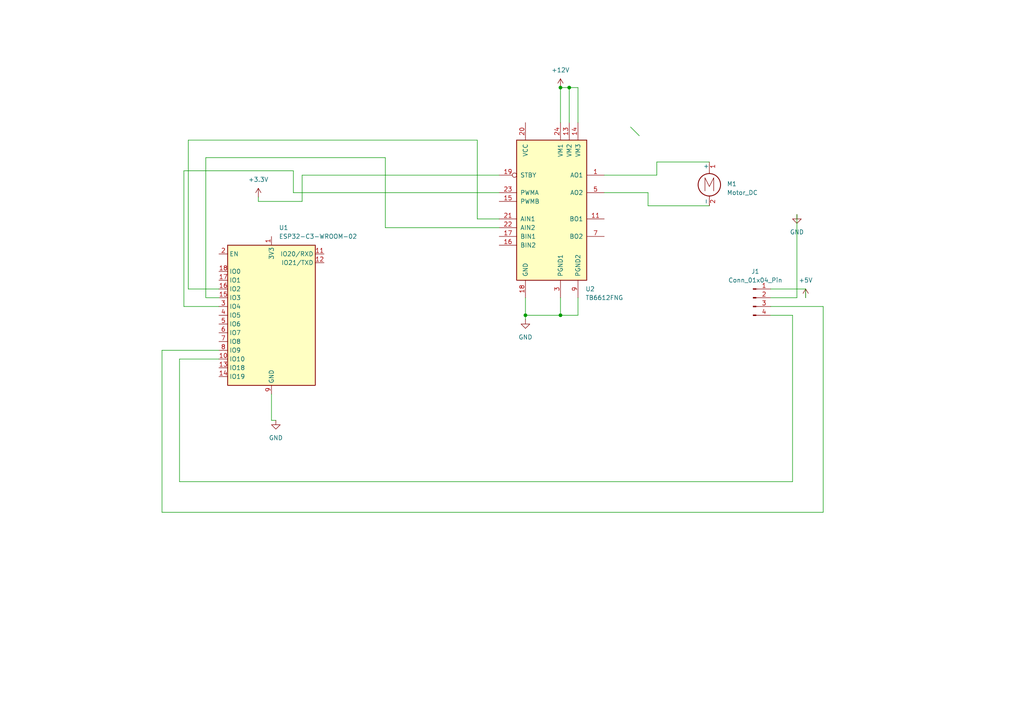
<source format=kicad_sch>
(kicad_sch (version 20250114) (generator "eeschema") (generator_version "9.0")
  (paper "A4")
  (lib_symbols
    (symbol "Connector:Conn_01x04_Pin" (pin_names (offset 1.016) (hide yes))
      (property "Reference" "J" (at 0 5.08 0))
      (property "Value" "Conn_01x04_Pin" (at 0 -7.62 0))
      (symbol "Conn_01x04_Pin_1_1"
        (rectangle (start 0.8636 2.667) (end 0 2.413) (stroke (width 0.1524)) (fill (type outline)))
        (rectangle (start 0.8636 0.127) (end 0 -0.127) (stroke (width 0.1524)) (fill (type outline)))
        (rectangle (start 0.8636 -2.413) (end 0 -2.667) (stroke (width 0.1524)) (fill (type outline)))
        (rectangle (start 0.8636 -4.953) (end 0 -5.207) (stroke (width 0.1524)) (fill (type outline)))
        (polyline (pts (xy 1.27 2.54) (xy 0.8636 2.54)) (stroke (width 0.1524)))
        (polyline (pts (xy 1.27 0) (xy 0.8636 0)) (stroke (width 0.1524)))
        (polyline (pts (xy 1.27 -2.54) (xy 0.8636 -2.54)) (stroke (width 0.1524)))
        (polyline (pts (xy 1.27 -5.08) (xy 0.8636 -5.08)) (stroke (width 0.1524)))
        (pin passive line (at 5.08 2.54 180) (length 3.81) (name "Pin_1") (number "1"))
        (pin passive line (at 5.08 0 180) (length 3.81) (name "Pin_2") (number "2"))
        (pin passive line (at 5.08 -2.54 180) (length 3.81) (name "Pin_3") (number "3"))
        (pin passive line (at 5.08 -5.08 180) (length 3.81) (name "Pin_4") (number "4"))
      )
    )
    (symbol "Driver_Motor:TB6612FNG" (pin_names (offset 1.016))
      (property "Reference" "U" (at 11.43 17.78 0))
      (property "Value" "TB6612FNG" (at 11.43 15.24 0))
      (symbol "TB6612FNG_0_1"
        (rectangle (start -10.16 20.32) (end 10.16 -20.32) (stroke (width 0.254)) (fill (type background)))
      )
      (symbol "TB6612FNG_1_1"
        (pin input inverted (at -15.24 10.16 0) (length 5.08) (name "STBY") (number "19"))
        (pin input line (at -15.24 5.08 0) (length 5.08) (name "PWMA") (number "23"))
        (pin input line (at -15.24 2.54 0) (length 5.08) (name "PWMB") (number "15"))
        (pin input line (at -15.24 -2.54 0) (length 5.08) (name "AIN1") (number "21"))
        (pin input line (at -15.24 -5.08 0) (length 5.08) (name "AIN2") (number "22"))
        (pin input line (at -15.24 -7.62 0) (length 5.08) (name "BIN1") (number "17"))
        (pin input line (at -15.24 -10.16 0) (length 5.08) (name "BIN2") (number "16"))
        (pin power_in line (at -7.62 25.4 270) (length 5.08) (name "VCC") (number "20"))
        (pin power_in line (at -7.62 -25.4 90) (length 5.08) (name "GND") (number "18"))
        (pin power_in line (at 2.54 25.4 270) (length 5.08) (name "VM1") (number "24"))
        (pin power_in line (at 2.54 -25.4 90) (length 5.08) (name "PGND1") (number "3"))
        (pin passive line (at 2.54 -25.4 90) (length 5.08) (hide yes) (name "PGND1") (number "4"))
        (pin power_in line (at 5.08 25.4 270) (length 5.08) (name "VM2") (number "13"))
        (pin power_in line (at 7.62 25.4 270) (length 5.08) (name "VM3") (number "14"))
        (pin passive line (at 7.62 -25.4 90) (length 5.08) (hide yes) (name "PGND2") (number "10"))
        (pin power_in line (at 7.62 -25.4 90) (length 5.08) (name "PGND2") (number "9"))
        (pin output line (at 15.24 10.16 180) (length 5.08) (name "AO1") (number "1"))
        (pin passive line (at 15.24 10.16 180) (length 5.08) (hide yes) (name "AO1") (number "2"))
        (pin output line (at 15.24 5.08 180) (length 5.08) (name "AO2") (number "5"))
        (pin passive line (at 15.24 5.08 180) (length 5.08) (hide yes) (name "AO2") (number "6"))
        (pin output line (at 15.24 -2.54 180) (length 5.08) (name "BO1") (number "11"))
        (pin passive line (at 15.24 -2.54 180) (length 5.08) (hide yes) (name "BO1") (number "12"))
        (pin output line (at 15.24 -7.62 180) (length 5.08) (name "BO2") (number "7"))
        (pin passive line (at 15.24 -7.62 180) (length 5.08) (hide yes) (name "BO2") (number "8"))
      )
    )
    (symbol "Motor:Motor_DC" (pin_names (offset 0))
      (property "Reference" "M" (at 2.54 2.54 0))
      (property "Value" "Motor_DC" (at 2.54 -5.08 0))
      (symbol "Motor_DC_0_0"
        (polyline (pts (xy -1.27 -3.302) (xy -1.27 0.508) (xy 0 -2.032) (xy 1.27 0.508) (xy 1.27 -3.302)))
      )
      (symbol "Motor_DC_0_1"
        (polyline (pts (xy 0 2.032) (xy 0 2.54)))
        (polyline (pts (xy 0 1.7272) (xy 0 2.0828)))
        (circle (center 0 -1.524) (radius 3.2512) (stroke (width 0.254)))
        (polyline (pts (xy 0 -4.7752) (xy 0 -5.1816)))
        (polyline (pts (xy 0 -7.62) (xy 0 -7.112)))
      )
      (symbol "Motor_DC_1_1"
        (pin passive line (at 0 5.08 270) (length 2.54) (name "+") (number "1"))
        (pin passive line (at 0 -7.62 90) (length 2.54) (name "-") (number "2"))
      )
    )
    (symbol "RF_Module:ESP32-C3-WROOM-02"
      (property "Reference" "U" (at -12.192 21.336 0))
      (property "Value" "ESP32-C3-WROOM-02" (at 12.192 21.336 0))
      (symbol "ESP32-C3-WROOM-02_1_1"
        (rectangle (start -12.7 20.32) (end 12.7 -20.32) (stroke (width 0.254)) (fill (type background)))
        (pin input line (at -15.24 17.78 0) (length 2.54) (name "EN") (number "2"))
        (pin bidirectional line (at -15.24 12.7 0) (length 2.54) (name "IO0") (number "18"))
        (pin bidirectional line (at -15.24 10.16 0) (length 2.54) (name "IO1") (number "17"))
        (pin bidirectional line (at -15.24 7.62 0) (length 2.54) (name "IO2") (number "16"))
        (pin bidirectional line (at -15.24 5.08 0) (length 2.54) (name "IO3") (number "15"))
        (pin bidirectional line (at -15.24 2.54 0) (length 2.54) (name "IO4") (number "3"))
        (pin bidirectional line (at -15.24 0 0) (length 2.54) (name "IO5") (number "4"))
        (pin bidirectional line (at -15.24 -2.54 0) (length 2.54) (name "IO6") (number "5"))
        (pin bidirectional line (at -15.24 -5.08 0) (length 2.54) (name "IO7") (number "6"))
        (pin bidirectional line (at -15.24 -7.62 0) (length 2.54) (name "IO8") (number "7"))
        (pin bidirectional line (at -15.24 -10.16 0) (length 2.54) (name "IO9") (number "8"))
        (pin bidirectional line (at -15.24 -12.7 0) (length 2.54) (name "IO10") (number "10"))
        (pin bidirectional line (at -15.24 -15.24 0) (length 2.54) (name "IO18") (number "13"))
        (pin bidirectional line (at -15.24 -17.78 0) (length 2.54) (name "IO19") (number "14"))
        (pin power_in line (at 0 22.86 270) (length 2.54) (name "3V3") (number "1"))
        (pin passive line (at 0 -22.86 90) (length 2.54) (hide yes) (name "GND") (number "19"))
        (pin power_in line (at 0 -22.86 90) (length 2.54) (name "GND") (number "9"))
        (pin bidirectional line (at 15.24 17.78 180) (length 2.54) (name "IO20/RXD") (number "11"))
        (pin bidirectional line (at 15.24 15.24 180) (length 2.54) (name "IO21/TXD") (number "12"))
      )
    )
    (symbol "power:+12V" (power) (pin_numbers (hide yes)) (pin_names (offset 0) (hide yes))
      (property "Value" "+12V" (at 0 3.556 0))
      (symbol "+12V_0_1"
        (polyline (pts (xy -0.762 1.27) (xy 0 2.54)))
        (polyline (pts (xy 0 2.54) (xy 0.762 1.27)))
        (polyline (pts (xy 0 0) (xy 0 2.54)))
      )
      (symbol "+12V_1_1"
        (pin power_in line (at 0 0 90) (length 0) (name "~") (number "1"))
      )
    )
    (symbol "power:+3.3V" (power) (pin_numbers (hide yes)) (pin_names (offset 0) (hide yes))
      (property "Value" "+3.3V" (at 0 3.556 0))
      (symbol "+3.3V_0_1"
        (polyline (pts (xy -0.762 1.27) (xy 0 2.54)))
        (polyline (pts (xy 0 2.54) (xy 0.762 1.27)))
        (polyline (pts (xy 0 0) (xy 0 2.54)))
      )
      (symbol "+3.3V_1_1"
        (pin power_in line (at 0 0 90) (length 0) (name "~") (number "1"))
      )
    )
    (symbol "power:+5V" (power) (pin_numbers (hide yes)) (pin_names (offset 0) (hide yes))
      (property "Value" "+5V" (at 0 3.556 0))
      (symbol "+5V_0_1"
        (polyline (pts (xy -0.762 1.27) (xy 0 2.54)))
        (polyline (pts (xy 0 2.54) (xy 0.762 1.27)))
        (polyline (pts (xy 0 0) (xy 0 2.54)))
      )
      (symbol "+5V_1_1"
        (pin power_in line (at 0 0 90) (length 0) (name "~") (number "1"))
      )
    )
    (symbol "power:GND" (power) (pin_numbers (hide yes)) (pin_names (offset 0) (hide yes))
      (property "Value" "GND" (at 0 -3.81 0))
      (symbol "GND_0_1"
        (polyline (pts (xy 0 0) (xy 0 -1.27) (xy 1.27 -1.27) (xy 0 -2.54) (xy -1.27 -1.27) (xy 0 -1.27)))
      )
      (symbol "GND_1_1"
        (pin power_in line (at 0 0 270) (length 0) (name "~") (number "1"))
      )
    )
  )
  (junction (at 152.4 91.44))
  (junction (at 165.1 25.4))
  (junction (at 162.56 91.44))
  (junction (at 162.56 25.4))
  (bus_entry (at 182.88 36.83) (size 2.54 2.54))
  (wire (pts (xy 162.56 86.36) (xy 162.56 91.44)))
  (wire (pts (xy 162.56 91.44) (xy 167.64 91.44)))
  (wire (pts (xy 144.78 55.88) (xy 85.09 55.88)))
  (wire (pts (xy 54.61 83.82) (xy 54.61 40.64)))
  (wire (pts (xy 165.1 25.4) (xy 167.64 25.4)))
  (wire (pts (xy 165.1 35.56) (xy 165.1 25.4)))
  (wire (pts (xy 87.63 58.42) (xy 74.93 58.42)))
  (wire (pts (xy 111.76 45.72) (xy 59.69 45.72)))
  (wire (pts (xy 233.68 83.82) (xy 233.68 86.36)))
  (wire (pts (xy 63.5 83.82) (xy 54.61 83.82)))
  (wire (pts (xy 238.76 148.59) (xy 46.99 148.59)))
  (wire (pts (xy 223.52 91.44) (xy 229.87 91.44)))
  (wire (pts (xy 78.74 114.3) (xy 78.74 121.92)))
  (wire (pts (xy 187.96 59.69) (xy 187.96 55.88)))
  (wire (pts (xy 223.52 88.9) (xy 238.76 88.9)))
  (wire (pts (xy 52.07 104.14) (xy 63.5 104.14)))
  (wire (pts (xy 223.52 83.82) (xy 233.68 83.82)))
  (wire (pts (xy 167.64 86.36) (xy 167.64 91.44)))
  (wire (pts (xy 229.87 91.44) (xy 229.87 139.7)))
  (wire (pts (xy 111.76 66.04) (xy 111.76 45.72)))
  (wire (pts (xy 229.87 139.7) (xy 52.07 139.7)))
  (wire (pts (xy 74.93 58.42) (xy 74.93 57.15)))
  (wire (pts (xy 187.96 55.88) (xy 175.26 55.88)))
  (wire (pts (xy 190.5 50.8) (xy 190.5 46.99)))
  (wire (pts (xy 53.34 88.9) (xy 63.5 88.9)))
  (wire (pts (xy 162.56 25.4) (xy 165.1 25.4)))
  (wire (pts (xy 190.5 46.99) (xy 205.74 46.99)))
  (wire (pts (xy 138.43 40.64) (xy 138.43 63.5)))
  (wire (pts (xy 53.34 49.53) (xy 53.34 88.9)))
  (wire (pts (xy 59.69 86.36) (xy 63.5 86.36)))
  (wire (pts (xy 85.09 55.88) (xy 85.09 49.53)))
  (wire (pts (xy 54.61 40.64) (xy 138.43 40.64)))
  (wire (pts (xy 59.69 45.72) (xy 59.69 86.36)))
  (wire (pts (xy 205.74 59.69) (xy 187.96 59.69)))
  (wire (pts (xy 223.52 86.36) (xy 231.14 86.36)))
  (wire (pts (xy 152.4 91.44) (xy 162.56 91.44)))
  (wire (pts (xy 144.78 66.04) (xy 111.76 66.04)))
  (wire (pts (xy 78.74 121.92) (xy 80.01 121.92)))
  (wire (pts (xy 46.99 101.6) (xy 63.5 101.6)))
  (wire (pts (xy 152.4 86.36) (xy 152.4 91.44)))
  (wire (pts (xy 46.99 148.59) (xy 46.99 101.6)))
  (wire (pts (xy 52.07 139.7) (xy 52.07 104.14)))
  (wire (pts (xy 152.4 91.44) (xy 152.4 92.71)))
  (wire (pts (xy 167.64 35.56) (xy 167.64 25.4)))
  (wire (pts (xy 162.56 25.4) (xy 162.56 35.56)))
  (wire (pts (xy 175.26 50.8) (xy 190.5 50.8)))
  (wire (pts (xy 85.09 49.53) (xy 53.34 49.53)))
  (wire (pts (xy 87.63 50.8) (xy 87.63 58.42)))
  (wire (pts (xy 144.78 50.8) (xy 87.63 50.8)))
  (wire (pts (xy 138.43 63.5) (xy 144.78 63.5)))
  (wire (pts (xy 231.14 86.36) (xy 231.14 62.23)))
  (wire (pts (xy 238.76 88.9) (xy 238.76 148.59)))
  (symbol (lib_id "power:+12V") (at 162.56 25.4 0) (unit 1)
    (property "Reference" "#PWR01" (effects (hide yes)))
    (property "Value" "+12V" (at 162.56 20.32 0))
    (property "Description" "Power symbol creates a global label with name \"+12V\"" (effects (hide yes)))
  )
  (symbol (lib_id "RF_Module:ESP32-C3-WROOM-02") (at 78.74 91.44 0) (unit 1)
    (property "Reference" "U1" (at 80.8833 66.04 0) (effects (justify left)))
    (property "Value" "ESP32-C3-WROOM-02" (at 80.8833 68.58 0) (effects (justify left)))
    (property "Footprint" "RF_Module:ESP32-C3-WROOM-02" (effects (hide yes)))
    (property "Datasheet" "https://www.espressif.com/sites/default/files/documentation/esp32-c3-wroom-02_datasheet_en.pdf" (effects (hide yes)))
    (property "Description" "802.11 b/g/n Wi­Fi and Bluetooth 5 module, ESP32­C3 SoC, RISC­V microprocessor, On-board antenna" (effects (hide yes)))
  )
  (symbol (lib_id "Driver_Motor:TB6612FNG") (at 160.02 60.96 0) (unit 1)
    (property "Reference" "U2" (at 169.7833 83.82 0) (effects (justify left)))
    (property "Value" "TB6612FNG" (at 169.7833 86.36 0) (effects (justify left)))
    (property "Footprint" "Package_SO:SSOP-24_5.3x8.2mm_P0.65mm" (effects (hide yes)))
    (property "Datasheet" "https://toshiba.semicon-storage.com/us/product/linear/motordriver/detail.TB6612FNG.html" (effects (hide yes)))
    (property "Description" "Driver IC for Dual DC motor, SSOP-24" (effects (hide yes)))
  )
  (symbol (lib_id "power:GND") (at 231.14 62.23 0) (unit 1)
    (property "Reference" "#PWR06" (effects (hide yes)))
    (property "Value" "GND" (at 231.14 67.31 0))
    (property "Description" "Power symbol creates a global label with name \"GND\" , ground" (effects (hide yes)))
  )
  (symbol (lib_id "power:+5V") (at 233.68 86.36 0) (unit 1)
    (property "Reference" "#PWR02" (effects (hide yes)))
    (property "Value" "+5V" (at 233.68 81.28 0))
    (property "Description" "Power symbol creates a global label with name \"+5V\"" (effects (hide yes)))
  )
  (symbol (lib_id "power:GND") (at 152.4 92.71 0) (unit 1)
    (property "Reference" "#PWR05" (effects (hide yes)))
    (property "Value" "GND" (at 152.4 97.79 0))
    (property "Description" "Power symbol creates a global label with name \"GND\" , ground" (effects (hide yes)))
  )
  (symbol (lib_id "power:GND") (at 80.01 121.92 0) (unit 1)
    (property "Reference" "#PWR04" (effects (hide yes)))
    (property "Value" "GND" (at 80.01 127 0))
    (property "Description" "Power symbol creates a global label with name \"GND\" , ground" (effects (hide yes)))
  )
  (symbol (lib_id "Connector:Conn_01x04_Pin") (at 218.44 86.36 0) (unit 1)
    (property "Reference" "J1" (at 219.075 78.74 0))
    (property "Value" "Conn_01x04_Pin" (at 219.075 81.28 0))
    (property "Description" "Generic connector, single row, 01x04, script generated" (effects (hide yes)))
  )
  (symbol (lib_id "power:+3.3V") (at 74.93 57.15 0) (unit 1)
    (property "Reference" "#PWR03" (effects (hide yes)))
    (property "Value" "+3.3V" (at 74.93 52.07 0))
    (property "Description" "Power symbol creates a global label with name \"+3.3V\"" (effects (hide yes)))
  )
  (symbol (lib_id "Motor:Motor_DC") (at 205.74 52.07 0) (unit 1)
    (property "Reference" "M1" (at 210.82 53.3399 0) (effects (justify left)))
    (property "Value" "Motor_DC" (at 210.82 55.8799 0) (effects (justify left)))
    (property "Footprint" "Connector_PinHeader_2.54mm:PinHeader_1x02_P2.54mm_Vertical" (effects (hide yes)))
    (property "Description" "DC Motor" (effects (hide yes)))
  )
)
</source>
